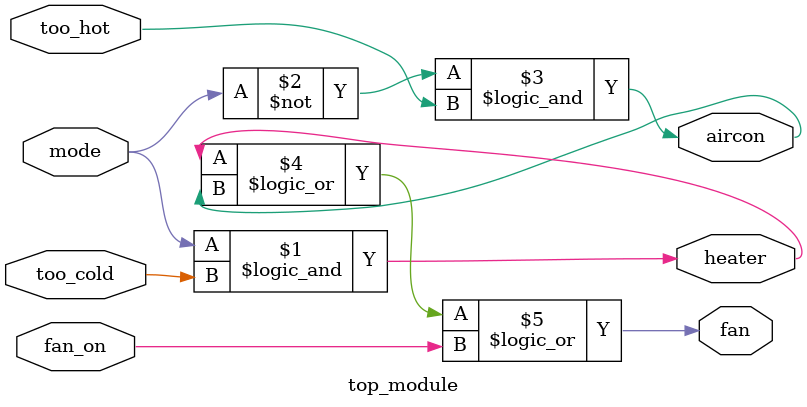
<source format=v>
module top_module (
    input too_cold,
    input too_hot,
    input mode,
    input fan_on,
    output heater,
    output aircon,
    output fan
);
    assign heater = mode && too_cold;
    assign aircon = ~mode && too_hot;
    assign fan = (heater || aircon) || fan_on;

endmodule

</source>
